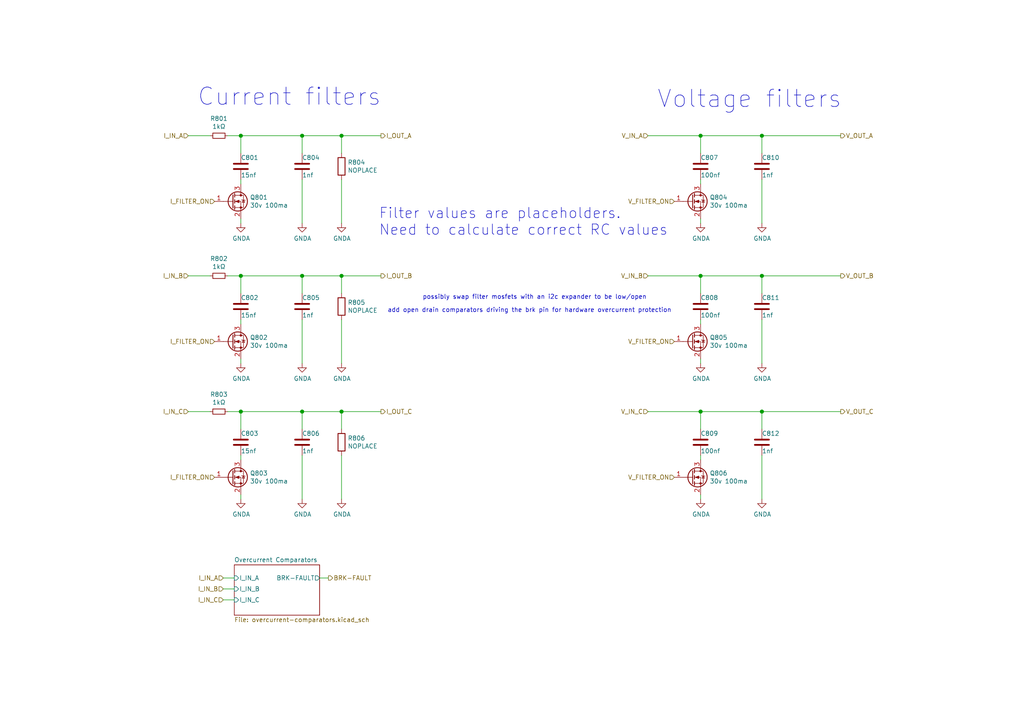
<source format=kicad_sch>
(kicad_sch (version 20230121) (generator eeschema)
  (paper "A4")
  (title_block (title "Moxie-Drive 24, vesc compatable motor controller") (date "2020-07-01") (rev "1.0") (company "Marshall Scholz"))
  (lib_symbols
    (symbol "Device:C" (pin_numbers hide) (pin_names (offset 0.254))
      (property "Reference" "C" (at 0.635 2.54 0))
      (property "Value" "C" (at 0.635 -2.54 0))
      (symbol "C_0_1"
        (polyline (pts (xy -2.032 -0.762) (xy 2.032 -0.762)) (stroke (width 0.508)))
        (polyline (pts (xy -2.032 0.762) (xy 2.032 0.762)) (stroke (width 0.508)))
      )
      (symbol "C_1_1"
        (pin passive line (at 0 3.81 270) (length 2.794) (name "~") (number "1"))
        (pin passive line (at 0 -3.81 90) (length 2.794) (name "~") (number "2"))
      )
    )
    (symbol "Device:Q_NMOS_GSD" (pin_names (offset 0) hide)
      (property "Reference" "Q" (at 5.08 1.27 0))
      (property "Value" "Q_NMOS_GSD" (at 5.08 -1.27 0))
      (symbol "Q_NMOS_GSD_0_1"
        (polyline (pts (xy 0.254 0) (xy -2.54 0)))
        (polyline (pts (xy 0.254 1.905) (xy 0.254 -1.905)) (stroke (width 0.254)))
        (polyline (pts (xy 0.762 -1.27) (xy 0.762 -2.286)) (stroke (width 0.254)))
        (polyline (pts (xy 0.762 0.508) (xy 0.762 -0.508)) (stroke (width 0.254)))
        (polyline (pts (xy 0.762 2.286) (xy 0.762 1.27)) (stroke (width 0.254)))
        (polyline (pts (xy 2.54 2.54) (xy 2.54 1.778)))
        (polyline (pts (xy 2.54 -2.54) (xy 2.54 0) (xy 0.762 0)))
        (polyline (pts (xy 0.762 -1.778) (xy 3.302 -1.778) (xy 3.302 1.778) (xy 0.762 1.778)))
        (polyline (pts (xy 1.016 0) (xy 2.032 0.381) (xy 2.032 -0.381) (xy 1.016 0)) (fill (type outline)))
        (polyline (pts (xy 2.794 0.508) (xy 2.921 0.381) (xy 3.683 0.381) (xy 3.81 0.254)))
        (polyline (pts (xy 3.302 0.381) (xy 2.921 -0.254) (xy 3.683 -0.254) (xy 3.302 0.381)))
        (circle (center 1.651 0) (radius 2.794) (stroke (width 0.254)))
        (circle (center 2.54 -1.778) (radius 0.254) (fill (type outline)))
        (circle (center 2.54 1.778) (radius 0.254) (fill (type outline)))
      )
      (symbol "Q_NMOS_GSD_1_1"
        (pin input line (at -5.08 0 0) (length 2.54) (name "G") (number "1"))
        (pin passive line (at 2.54 -5.08 90) (length 2.54) (name "S") (number "2"))
        (pin passive line (at 2.54 5.08 270) (length 2.54) (name "D") (number "3"))
      )
    )
    (symbol "Device:R" (pin_numbers hide) (pin_names (offset 0))
      (property "Reference" "R" (at 2.032 0 90))
      (property "Value" "R" (at 0 0 90))
      (symbol "R_0_1"
        (rectangle (start -1.016 -2.54) (end 1.016 2.54) (stroke (width 0.254)))
      )
      (symbol "R_1_1"
        (pin passive line (at 0 3.81 270) (length 1.27) (name "~") (number "1"))
        (pin passive line (at 0 -3.81 90) (length 1.27) (name "~") (number "2"))
      )
    )
    (symbol "Device:R_Small" (pin_numbers hide) (pin_names (offset 0.254) hide)
      (property "Reference" "R" (at 0.762 0.508 0))
      (property "Value" "R_Small" (at 0.762 -1.016 0))
      (symbol "R_Small_0_1"
        (rectangle (start -0.762 1.778) (end 0.762 -1.778) (stroke (width 0.2032)))
      )
      (symbol "R_Small_1_1"
        (pin passive line (at 0 2.54 270) (length 0.762) (name "~") (number "1"))
        (pin passive line (at 0 -2.54 90) (length 0.762) (name "~") (number "2"))
      )
    )
    (symbol "power:GNDA" (power) (pin_names (offset 0))
      (property "Value" "GNDA" (at 0 -3.81 0))
      (symbol "GNDA_0_1"
        (polyline (pts (xy 0 0) (xy 0 -1.27) (xy 1.27 -1.27) (xy 0 -2.54) (xy -1.27 -1.27) (xy 0 -1.27)))
      )
      (symbol "GNDA_1_1"
        (pin power_in line (at 0 0 270) (length 0) hide (name "GNDA") (number "1"))
      )
    )
  )
  (junction (at 99.06 39.37) (diameter 1.016))
  (junction (at 87.63 119.38) (diameter 1.016))
  (junction (at 203.2 39.37) (diameter 1.016))
  (junction (at 99.06 80.01) (diameter 1.016))
  (junction (at 220.98 80.01) (diameter 1.016))
  (junction (at 87.63 39.37) (diameter 1.016))
  (junction (at 203.2 119.38) (diameter 1.016))
  (junction (at 69.85 80.01) (diameter 1.016))
  (junction (at 203.2 80.01) (diameter 1.016))
  (junction (at 69.85 119.38) (diameter 1.016))
  (junction (at 220.98 119.38) (diameter 1.016))
  (junction (at 99.06 119.38) (diameter 1.016))
  (junction (at 69.85 39.37) (diameter 1.016))
  (junction (at 87.63 80.01) (diameter 1.016))
  (junction (at 220.98 39.37) (diameter 1.016))
  (wire (pts (xy 54.61 39.37) (xy 60.96 39.37)))
  (wire (pts (xy 64.77 170.815) (xy 67.945 170.815)))
  (wire (pts (xy 203.2 39.37) (xy 220.98 39.37)))
  (wire (pts (xy 99.06 44.45) (xy 99.06 39.37)))
  (wire (pts (xy 220.98 44.45) (xy 220.98 39.37)))
  (wire (pts (xy 220.98 124.46) (xy 220.98 119.38)))
  (wire (pts (xy 69.85 63.5) (xy 69.85 64.77)))
  (wire (pts (xy 69.85 104.14) (xy 69.85 105.41)))
  (wire (pts (xy 87.63 85.09) (xy 87.63 80.01)))
  (wire (pts (xy 69.85 52.07) (xy 69.85 53.34)))
  (wire (pts (xy 220.98 64.77) (xy 220.98 52.07)))
  (wire (pts (xy 87.63 44.45) (xy 87.63 39.37)))
  (wire (pts (xy 66.04 80.01) (xy 69.85 80.01)))
  (wire (pts (xy 69.85 39.37) (xy 69.85 44.45)))
  (wire (pts (xy 69.85 119.38) (xy 69.85 124.46)))
  (wire (pts (xy 203.2 119.38) (xy 203.2 124.46)))
  (wire (pts (xy 66.04 39.37) (xy 69.85 39.37)))
  (wire (pts (xy 99.06 124.46) (xy 99.06 119.38)))
  (wire (pts (xy 87.63 144.78) (xy 87.63 132.08)))
  (wire (pts (xy 220.98 105.41) (xy 220.98 92.71)))
  (wire (pts (xy 69.85 143.51) (xy 69.85 144.78)))
  (wire (pts (xy 69.85 132.08) (xy 69.85 133.35)))
  (wire (pts (xy 203.2 143.51) (xy 203.2 144.78)))
  (wire (pts (xy 54.61 80.01) (xy 60.96 80.01)))
  (wire (pts (xy 69.85 80.01) (xy 69.85 85.09)))
  (wire (pts (xy 92.71 167.64) (xy 95.25 167.64)))
  (wire (pts (xy 220.98 39.37) (xy 243.84 39.37)))
  (wire (pts (xy 203.2 104.14) (xy 203.2 105.41)))
  (wire (pts (xy 203.2 80.01) (xy 220.98 80.01)))
  (wire (pts (xy 69.85 119.38) (xy 87.63 119.38)))
  (wire (pts (xy 187.96 80.01) (xy 203.2 80.01)))
  (wire (pts (xy 87.63 119.38) (xy 99.06 119.38)))
  (wire (pts (xy 99.06 144.78) (xy 99.06 132.08)))
  (wire (pts (xy 99.06 64.77) (xy 99.06 52.07)))
  (wire (pts (xy 99.06 105.41) (xy 99.06 92.71)))
  (wire (pts (xy 87.63 80.01) (xy 99.06 80.01)))
  (wire (pts (xy 64.77 173.99) (xy 67.945 173.99)))
  (wire (pts (xy 203.2 39.37) (xy 203.2 44.45)))
  (wire (pts (xy 99.06 80.01) (xy 110.49 80.01)))
  (wire (pts (xy 69.85 92.71) (xy 69.85 93.98)))
  (wire (pts (xy 66.04 119.38) (xy 69.85 119.38)))
  (wire (pts (xy 220.98 80.01) (xy 243.84 80.01)))
  (wire (pts (xy 99.06 39.37) (xy 110.49 39.37)))
  (wire (pts (xy 203.2 80.01) (xy 203.2 85.09)))
  (wire (pts (xy 87.63 64.77) (xy 87.63 52.07)))
  (wire (pts (xy 203.2 52.07) (xy 203.2 53.34)))
  (wire (pts (xy 187.96 39.37) (xy 203.2 39.37)))
  (wire (pts (xy 203.2 119.38) (xy 220.98 119.38)))
  (wire (pts (xy 69.85 39.37) (xy 87.63 39.37)))
  (wire (pts (xy 220.98 85.09) (xy 220.98 80.01)))
  (wire (pts (xy 203.2 63.5) (xy 203.2 64.77)))
  (wire (pts (xy 69.85 80.01) (xy 87.63 80.01)))
  (wire (pts (xy 220.98 119.38) (xy 243.84 119.38)))
  (wire (pts (xy 87.63 124.46) (xy 87.63 119.38)))
  (wire (pts (xy 187.96 119.38) (xy 203.2 119.38)))
  (wire (pts (xy 99.06 85.09) (xy 99.06 80.01)))
  (wire (pts (xy 203.2 92.71) (xy 203.2 93.98)))
  (wire (pts (xy 99.06 119.38) (xy 110.49 119.38)))
  (wire (pts (xy 87.63 105.41) (xy 87.63 92.71)))
  (wire (pts (xy 203.2 132.08) (xy 203.2 133.35)))
  (wire (pts (xy 54.61 119.38) (xy 60.96 119.38)))
  (wire (pts (xy 87.63 39.37) (xy 99.06 39.37)))
  (wire (pts (xy 220.98 144.78) (xy 220.98 132.08)))
  (wire (pts (xy 64.77 167.64) (xy 67.945 167.64)))
  (text "Voltage filters" (at 190.5 31.75 0) (effects (font (size 5 5)) (justify left bottom)))
  (text "add open drain comparators driving the brk pin for hardware overcurrent protection" (at 112.395 90.805 0) (effects (font (size 1.27 1.27)) (justify left bottom)))
  (text "possibly swap filter mosfets with an i2c expander to be low/open" (at 122.555 86.995 0) (effects (font (size 1.27 1.27)) (justify left bottom)))
  (text "Current filters" (at 57.15 31.115 0) (effects (font (size 5 5)) (justify left bottom)))
  (text "Filter values are placeholders.\nNeed to calculate correct RC values" (at 109.855 68.58 0) (effects (font (size 3 3)) (justify left bottom)))
  (hierarchical_label "V_OUT_B" (shape output) (at 243.84 80.01 0))
  (hierarchical_label "V_IN_A" (shape input) (at 187.96 39.37 180))
  (hierarchical_label "I_IN_C" (shape input) (at 54.61 119.38 180))
  (hierarchical_label "BRK-FAULT" (shape output) (at 95.25 167.64 0))
  (hierarchical_label "I_IN_B" (shape input) (at 54.61 80.01 180))
  (hierarchical_label "I_OUT_B" (shape output) (at 110.49 80.01 0))
  (hierarchical_label "V_FILTER_ON" (shape input) (at 195.58 138.43 180))
  (hierarchical_label "I_IN_B" (shape input) (at 64.77 170.815 180))
  (hierarchical_label "V_OUT_A" (shape output) (at 243.84 39.37 0))
  (hierarchical_label "I_FILTER_ON" (shape input) (at 62.23 138.43 180))
  (hierarchical_label "V_OUT_C" (shape output) (at 243.84 119.38 0))
  (hierarchical_label "V_FILTER_ON" (shape input) (at 195.58 99.06 180))
  (hierarchical_label "I_IN_A" (shape input) (at 54.61 39.37 180))
  (hierarchical_label "V_IN_B" (shape input) (at 187.96 80.01 180))
  (hierarchical_label "V_IN_C" (shape input) (at 187.96 119.38 180))
  (hierarchical_label "I_FILTER_ON" (shape input) (at 62.23 99.06 180))
  (hierarchical_label "I_OUT_C" (shape output) (at 110.49 119.38 0))
  (hierarchical_label "I_FILTER_ON" (shape input) (at 62.23 58.42 180))
  (hierarchical_label "I_OUT_A" (shape output) (at 110.49 39.37 0))
  (hierarchical_label "V_FILTER_ON" (shape input) (at 195.58 58.42 180))
  (hierarchical_label "I_IN_C" (shape input) (at 64.77 173.99 180))
  (hierarchical_label "I_IN_A" (shape input) (at 64.77 167.64 180))
  (symbol (lib_id "power:GNDA") (at 87.63 64.77 0) (unit 1)
    (property "Reference" "#PWR0804" (effects hide))
    (property "Value" "GNDA" (at 87.757 69.1642 0))
  )
  (symbol (lib_id "Device:C") (at 87.63 48.26 0) (unit 1)
    (property "Reference" "C804" (at 87.63 45.72 0) (effects (justify left)))
    (property "Value" "1nf" (at 87.63 50.8 0) (effects (justify left)))
    (property "Footprint" "pkl_dipol:C_0402" (effects hide))
  )
  (symbol (lib_id "power:GNDA") (at 69.85 64.77 0) (unit 1)
    (property "Reference" "#PWR0801" (effects hide))
    (property "Value" "GNDA" (at 69.977 69.1642 0))
  )
  (symbol (lib_id "Device:C") (at 69.85 48.26 0) (unit 1)
    (property "Reference" "C801" (at 69.85 45.72 0) (effects (justify left)))
    (property "Value" "15nf" (at 69.85 50.8 0) (effects (justify left)))
    (property "Footprint" "pkl_dipol:C_0402" (effects hide))
  )
  (symbol (lib_id "Device:R_Small") (at 63.5 39.37 270) (unit 1)
    (property "Reference" "R801" (at 63.5 34.3916 90))
    (property "Value" "1kΩ" (at 63.5 36.703 90))
    (property "Footprint" "pkl_dipol:R_0402" (effects hide))
  )
  (symbol (lib_id "power:GNDA") (at 87.63 105.41 0) (unit 1)
    (property "Reference" "#PWR0805" (effects hide))
    (property "Value" "GNDA" (at 87.757 109.8042 0))
  )
  (symbol (lib_id "Device:C") (at 87.63 88.9 0) (unit 1)
    (property "Reference" "C805" (at 87.63 86.36 0) (effects (justify left)))
    (property "Value" "1nf" (at 87.63 91.44 0) (effects (justify left)))
    (property "Footprint" "pkl_dipol:C_0402" (effects hide))
  )
  (symbol (lib_id "power:GNDA") (at 69.85 105.41 0) (unit 1)
    (property "Reference" "#PWR0802" (effects hide))
    (property "Value" "GNDA" (at 69.977 109.8042 0))
  )
  (symbol (lib_id "Device:C") (at 69.85 88.9 0) (unit 1)
    (property "Reference" "C802" (at 69.85 86.36 0) (effects (justify left)))
    (property "Value" "15nf" (at 69.85 91.44 0) (effects (justify left)))
    (property "Footprint" "pkl_dipol:C_0402" (effects hide))
  )
  (symbol (lib_id "Device:R_Small") (at 63.5 80.01 270) (unit 1)
    (property "Reference" "R802" (at 63.5 75.0316 90))
    (property "Value" "1kΩ" (at 63.5 77.343 90))
    (property "Footprint" "pkl_dipol:R_0402" (effects hide))
  )
  (symbol (lib_id "power:GNDA") (at 87.63 144.78 0) (unit 1)
    (property "Reference" "#PWR0806" (effects hide))
    (property "Value" "GNDA" (at 87.757 149.1742 0))
  )
  (symbol (lib_id "Device:C") (at 87.63 128.27 0) (unit 1)
    (property "Reference" "C806" (at 87.63 125.73 0) (effects (justify left)))
    (property "Value" "1nf" (at 87.63 130.81 0) (effects (justify left)))
    (property "Footprint" "pkl_dipol:C_0402" (effects hide))
  )
  (symbol (lib_id "power:GNDA") (at 69.85 144.78 0) (unit 1)
    (property "Reference" "#PWR0803" (effects hide))
    (property "Value" "GNDA" (at 69.977 149.1742 0))
  )
  (symbol (lib_id "Device:C") (at 69.85 128.27 0) (unit 1)
    (property "Reference" "C803" (at 69.85 125.73 0) (effects (justify left)))
    (property "Value" "15nf" (at 69.85 130.81 0) (effects (justify left)))
    (property "Footprint" "pkl_dipol:C_0402" (effects hide))
  )
  (symbol (lib_id "Device:R_Small") (at 63.5 119.38 270) (unit 1)
    (property "Reference" "R803" (at 63.5 114.4016 90))
    (property "Value" "1kΩ" (at 63.5 116.713 90))
    (property "Footprint" "pkl_dipol:R_0402" (effects hide))
  )
  (symbol (lib_id "Device:R") (at 99.06 88.9 0) (unit 1)
    (property "Reference" "R805" (at 100.838 87.7316 0) (effects (justify left)))
    (property "Value" "NOPLACE" (at 100.838 90.043 0) (effects (justify left)))
    (property "Footprint" "pkl_dipol:R_0402" (effects hide))
  )
  (symbol (lib_id "power:GNDA") (at 99.06 105.41 0) (unit 1)
    (property "Reference" "#PWR0808" (effects hide))
    (property "Value" "GNDA" (at 99.187 109.8042 0))
  )
  (symbol (lib_id "Device:R") (at 99.06 128.27 0) (unit 1)
    (property "Reference" "R806" (at 100.838 127.1016 0) (effects (justify left)))
    (property "Value" "NOPLACE" (at 100.838 129.413 0) (effects (justify left)))
    (property "Footprint" "pkl_dipol:R_0402" (effects hide))
  )
  (symbol (lib_id "power:GNDA") (at 99.06 144.78 0) (unit 1)
    (property "Reference" "#PWR0809" (effects hide))
    (property "Value" "GNDA" (at 99.187 149.1742 0))
  )
  (symbol (lib_id "Device:R") (at 99.06 48.26 0) (unit 1)
    (property "Reference" "R804" (at 100.838 47.0916 0) (effects (justify left)))
    (property "Value" "NOPLACE" (at 100.838 49.403 0) (effects (justify left)))
    (property "Footprint" "pkl_dipol:R_0402" (effects hide))
  )
  (symbol (lib_id "power:GNDA") (at 99.06 64.77 0) (unit 1)
    (property "Reference" "#PWR0807" (effects hide))
    (property "Value" "GNDA" (at 99.187 69.1642 0))
  )
  (symbol (lib_id "Device:Q_NMOS_GSD") (at 200.66 99.06 0) (unit 1)
    (property "Reference" "Q805" (at 205.8416 97.8916 0) (effects (justify left)))
    (property "Value" "30v 100ma" (at 205.8416 100.203 0) (effects (justify left)))
    (property "Footprint" "Package_TO_SOT_SMD:SOT-523" (effects hide))
    (property "Datasheet" "https://datasheet.lcsc.com/lcsc/2001081432_Shikues-2SK3019_C475595.pdf" (effects hide))
  )
  (symbol (lib_id "power:GNDA") (at 203.2 105.41 0) (unit 1)
    (property "Reference" "#PWR0811" (effects hide))
    (property "Value" "GNDA" (at 203.327 109.8042 0))
  )
  (symbol (lib_id "Device:C") (at 203.2 88.9 0) (unit 1)
    (property "Reference" "C808" (at 203.2 86.36 0) (effects (justify left)))
    (property "Value" "100nf" (at 203.2 91.44 0) (effects (justify left)))
    (property "Footprint" "pkl_dipol:C_0402" (effects hide))
  )
  (symbol (lib_id "Device:C") (at 203.2 48.26 0) (unit 1)
    (property "Reference" "C807" (at 203.2 45.72 0) (effects (justify left)))
    (property "Value" "100nf" (at 203.2 50.8 0) (effects (justify left)))
    (property "Footprint" "pkl_dipol:C_0402" (effects hide))
  )
  (symbol (lib_id "Device:Q_NMOS_GSD") (at 200.66 58.42 0) (unit 1)
    (property "Reference" "Q804" (at 205.8416 57.2516 0) (effects (justify left)))
    (property "Value" "30v 100ma" (at 205.8416 59.563 0) (effects (justify left)))
    (property "Footprint" "Package_TO_SOT_SMD:SOT-523" (effects hide))
    (property "Datasheet" "https://datasheet.lcsc.com/lcsc/2001081432_Shikues-2SK3019_C475595.pdf" (effects hide))
  )
  (symbol (lib_id "Device:Q_NMOS_GSD") (at 200.66 138.43 0) (unit 1)
    (property "Reference" "Q806" (at 205.8416 137.2616 0) (effects (justify left)))
    (property "Value" "30v 100ma" (at 205.8416 139.573 0) (effects (justify left)))
    (property "Footprint" "Package_TO_SOT_SMD:SOT-523" (effects hide))
    (property "Datasheet" "https://datasheet.lcsc.com/lcsc/2001081432_Shikues-2SK3019_C475595.pdf" (effects hide))
  )
  (symbol (lib_id "power:GNDA") (at 220.98 64.77 0) (unit 1)
    (property "Reference" "#PWR0813" (effects hide))
    (property "Value" "GNDA" (at 221.107 69.1642 0))
  )
  (symbol (lib_id "Device:Q_NMOS_GSD") (at 67.31 138.43 0) (unit 1)
    (property "Reference" "Q803" (at 72.4916 137.2616 0) (effects (justify left)))
    (property "Value" "30v 100ma" (at 72.4916 139.573 0) (effects (justify left)))
    (property "Footprint" "Package_TO_SOT_SMD:SOT-523" (effects hide))
    (property "Datasheet" "https://datasheet.lcsc.com/lcsc/2001081432_Shikues-2SK3019_C475595.pdf" (effects hide))
  )
  (symbol (lib_id "power:GNDA") (at 220.98 144.78 0) (unit 1)
    (property "Reference" "#PWR0815" (effects hide))
    (property "Value" "GNDA" (at 221.107 149.1742 0))
  )
  (symbol (lib_id "power:GNDA") (at 220.98 105.41 0) (unit 1)
    (property "Reference" "#PWR0814" (effects hide))
    (property "Value" "GNDA" (at 221.107 109.8042 0))
  )
  (symbol (lib_id "Device:Q_NMOS_GSD") (at 67.31 99.06 0) (unit 1)
    (property "Reference" "Q802" (at 72.4916 97.8916 0) (effects (justify left)))
    (property "Value" "30v 100ma" (at 72.4916 100.203 0) (effects (justify left)))
    (property "Footprint" "Package_TO_SOT_SMD:SOT-523" (effects hide))
    (property "Datasheet" "https://datasheet.lcsc.com/lcsc/2001081432_Shikues-2SK3019_C475595.pdf" (effects hide))
  )
  (symbol (lib_id "Device:C") (at 220.98 128.27 0) (unit 1)
    (property "Reference" "C812" (at 220.98 125.73 0) (effects (justify left)))
    (property "Value" "1nf" (at 220.98 130.81 0) (effects (justify left)))
    (property "Footprint" "pkl_dipol:C_0402" (effects hide))
  )
  (symbol (lib_id "Device:C") (at 203.2 128.27 0) (unit 1)
    (property "Reference" "C809" (at 203.2 125.73 0) (effects (justify left)))
    (property "Value" "100nf" (at 203.2 130.81 0) (effects (justify left)))
    (property "Footprint" "pkl_dipol:C_0402" (effects hide))
  )
  (symbol (lib_id "Device:C") (at 220.98 48.26 0) (unit 1)
    (property "Reference" "C810" (at 220.98 45.72 0) (effects (justify left)))
    (property "Value" "1nf" (at 220.98 50.8 0) (effects (justify left)))
    (property "Footprint" "pkl_dipol:C_0402" (effects hide))
  )
  (symbol (lib_id "Device:C") (at 220.98 88.9 0) (unit 1)
    (property "Reference" "C811" (at 220.98 86.36 0) (effects (justify left)))
    (property "Value" "1nf" (at 220.98 91.44 0) (effects (justify left)))
    (property "Footprint" "pkl_dipol:C_0402" (effects hide))
  )
  (symbol (lib_id "power:GNDA") (at 203.2 64.77 0) (unit 1)
    (property "Reference" "#PWR0810" (effects hide))
    (property "Value" "GNDA" (at 203.327 69.1642 0))
  )
  (symbol (lib_id "Device:Q_NMOS_GSD") (at 67.31 58.42 0) (unit 1)
    (property "Reference" "Q801" (at 72.4916 57.2516 0) (effects (justify left)))
    (property "Value" "30v 100ma" (at 72.4916 59.563 0) (effects (justify left)))
    (property "Footprint" "Package_TO_SOT_SMD:SOT-523" (effects hide))
    (property "Datasheet" "https://datasheet.lcsc.com/lcsc/2001081432_Shikues-2SK3019_C475595.pdf" (effects hide))
  )
  (symbol (lib_id "power:GNDA") (at 203.2 144.78 0) (unit 1)
    (property "Reference" "#PWR0812" (effects hide))
    (property "Value" "GNDA" (at 203.327 149.1742 0))
  )
  (sheet (at 67.945 163.83) (size 24.765 14.605) (stroke (width 0.1524))
    (property "Sheetname" "Overcurrent Comparators" (at 67.945 163.1184 0) (effects (justify left bottom)))
    (property "Sheetfile" "overcurrent-comparators.kicad_sch" (at 67.945 179.0196 0) (effects (justify left top)))
    (pin "BRK-FAULT" output (at 92.71 167.64 0))
    (pin "I_IN_C" input (at 67.945 173.99 180))
    (pin "I_IN_A" input (at 67.945 167.64 180))
    (pin "I_IN_B" input (at 67.945 170.815 180))
  )
)
</source>
